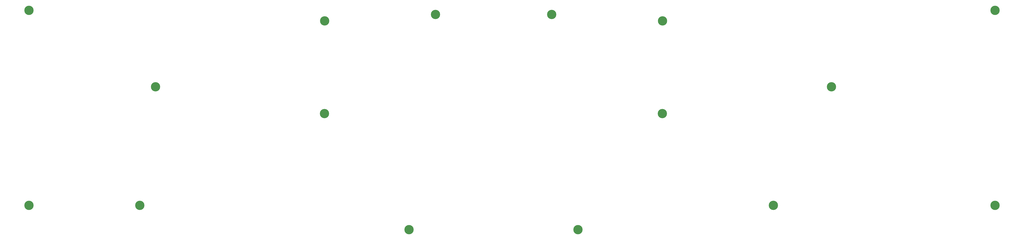
<source format=gbl>
G04 #@! TF.GenerationSoftware,KiCad,Pcbnew,(5.1.6)-1*
G04 #@! TF.CreationDate,2020-12-27T00:50:24+01:00*
G04 #@! TF.ProjectId,base,62617365-2e6b-4696-9361-645f70636258,rev?*
G04 #@! TF.SameCoordinates,Original*
G04 #@! TF.FileFunction,Copper,L2,Bot*
G04 #@! TF.FilePolarity,Positive*
%FSLAX46Y46*%
G04 Gerber Fmt 4.6, Leading zero omitted, Abs format (unit mm)*
G04 Created by KiCad (PCBNEW (5.1.6)-1) date 2020-12-27 00:50:24*
%MOMM*%
%LPD*%
G01*
G04 APERTURE LIST*
G04 #@! TA.AperFunction,ComponentPad*
%ADD10C,0.700000*%
G04 #@! TD*
G04 #@! TA.AperFunction,ComponentPad*
%ADD11C,4.400000*%
G04 #@! TD*
G04 APERTURE END LIST*
D10*
X370066326Y-47711674D03*
X368899600Y-47228400D03*
X367732874Y-47711674D03*
X367249600Y-48878400D03*
X367732874Y-50045126D03*
X368899600Y-50528400D03*
X370066326Y-50045126D03*
X370549600Y-48878400D03*
D11*
X368899600Y-48878400D03*
D10*
X210066326Y-47711674D03*
X208899600Y-47228400D03*
X207732874Y-47711674D03*
X207249600Y-48878400D03*
X207732874Y-50045126D03*
X208899600Y-50528400D03*
X210066326Y-50045126D03*
X210549600Y-48878400D03*
D11*
X208899600Y-48878400D03*
D10*
X422566326Y-135211674D03*
X421399600Y-134728400D03*
X420232874Y-135211674D03*
X419749600Y-136378400D03*
X420232874Y-137545126D03*
X421399600Y-138028400D03*
X422566326Y-137545126D03*
X423049600Y-136378400D03*
D11*
X421399600Y-136378400D03*
D10*
X122566326Y-135211674D03*
X121399600Y-134728400D03*
X120232874Y-135211674D03*
X119749600Y-136378400D03*
X120232874Y-137545126D03*
X121399600Y-138028400D03*
X122566326Y-137545126D03*
X123049600Y-136378400D03*
D11*
X121399600Y-136378400D03*
D10*
X450084726Y-78944674D03*
X448918000Y-78461400D03*
X447751274Y-78944674D03*
X447268000Y-80111400D03*
X447751274Y-81278126D03*
X448918000Y-81761400D03*
X450084726Y-81278126D03*
X450568000Y-80111400D03*
D11*
X448918000Y-80111400D03*
D10*
X129984726Y-78944674D03*
X128818000Y-78461400D03*
X127651274Y-78944674D03*
X127168000Y-80111400D03*
X127651274Y-81278126D03*
X128818000Y-81761400D03*
X129984726Y-81278126D03*
X130468000Y-80111400D03*
D11*
X128818000Y-80111400D03*
D10*
X370015526Y-91711674D03*
X368848800Y-91228400D03*
X367682074Y-91711674D03*
X367198800Y-92878400D03*
X367682074Y-94045126D03*
X368848800Y-94528400D03*
X370015526Y-94045126D03*
X370498800Y-92878400D03*
D11*
X368848800Y-92878400D03*
D10*
X210015526Y-91711674D03*
X208848800Y-91228400D03*
X207682074Y-91711674D03*
X207198800Y-92878400D03*
X207682074Y-94045126D03*
X208848800Y-94528400D03*
X210015526Y-94045126D03*
X210498800Y-92878400D03*
D11*
X208848800Y-92878400D03*
D10*
X317566326Y-44711674D03*
X316399600Y-44228400D03*
X315232874Y-44711674D03*
X314749600Y-45878400D03*
X315232874Y-47045126D03*
X316399600Y-47528400D03*
X317566326Y-47045126D03*
X318049600Y-45878400D03*
D11*
X316399600Y-45878400D03*
D10*
X262566326Y-44711674D03*
X261399600Y-44228400D03*
X260232874Y-44711674D03*
X259749600Y-45878400D03*
X260232874Y-47045126D03*
X261399600Y-47528400D03*
X262566326Y-47045126D03*
X263049600Y-45878400D03*
D11*
X261399600Y-45878400D03*
D10*
X250015526Y-146711674D03*
X248848800Y-146228400D03*
X247682074Y-146711674D03*
X247198800Y-147878400D03*
X247682074Y-149045126D03*
X248848800Y-149528400D03*
X250015526Y-149045126D03*
X250498800Y-147878400D03*
D11*
X248848800Y-147878400D03*
D10*
X330015526Y-146711674D03*
X328848800Y-146228400D03*
X327682074Y-146711674D03*
X327198800Y-147878400D03*
X327682074Y-149045126D03*
X328848800Y-149528400D03*
X330015526Y-149045126D03*
X330498800Y-147878400D03*
D11*
X328848800Y-147878400D03*
D10*
X527566326Y-135211674D03*
X526399600Y-134728400D03*
X525232874Y-135211674D03*
X524749600Y-136378400D03*
X525232874Y-137545126D03*
X526399600Y-138028400D03*
X527566326Y-137545126D03*
X528049600Y-136378400D03*
D11*
X526399600Y-136378400D03*
D10*
X527566326Y-42711674D03*
X526399600Y-42228400D03*
X525232874Y-42711674D03*
X524749600Y-43878400D03*
X525232874Y-45045126D03*
X526399600Y-45528400D03*
X527566326Y-45045126D03*
X528049600Y-43878400D03*
D11*
X526399600Y-43878400D03*
D10*
X70066326Y-135211674D03*
X68899600Y-134728400D03*
X67732874Y-135211674D03*
X67249600Y-136378400D03*
X67732874Y-137545126D03*
X68899600Y-138028400D03*
X70066326Y-137545126D03*
X70549600Y-136378400D03*
D11*
X68899600Y-136378400D03*
D10*
X70066326Y-42711674D03*
X68899600Y-42228400D03*
X67732874Y-42711674D03*
X67249600Y-43878400D03*
X67732874Y-45045126D03*
X68899600Y-45528400D03*
X70066326Y-45045126D03*
X70549600Y-43878400D03*
D11*
X68899600Y-43878400D03*
M02*

</source>
